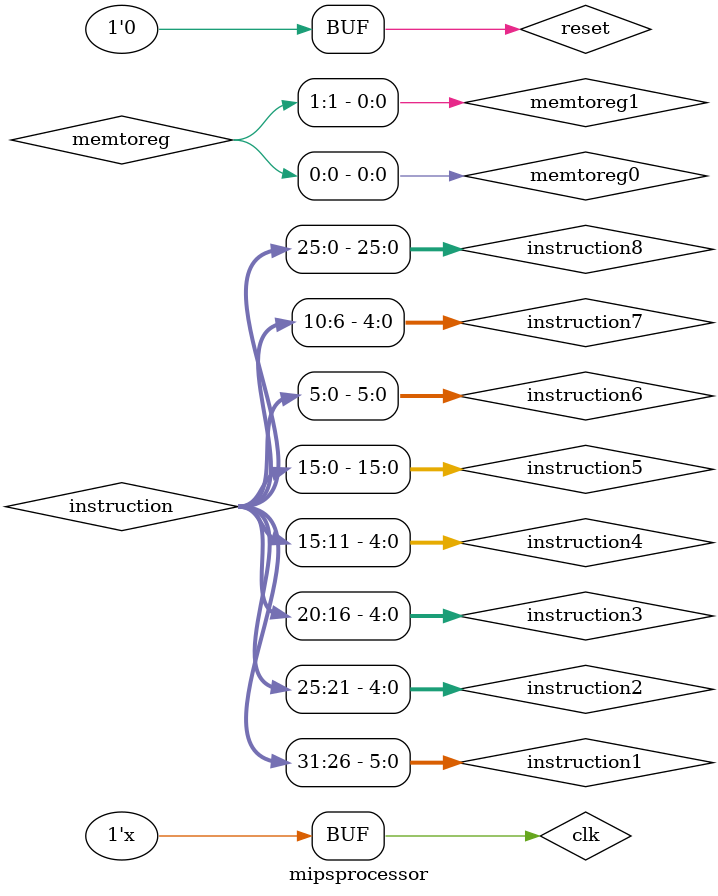
<source format=v>
module mipsprocessor();
	wire [31:0] a ;
	wire [31:0] instruction ;
	wire [5:0] instruction1 ;
	wire [4:0] instruction2 ;
	wire [4:0] instruction3 ;
	wire [4:0] instruction4 ;
        wire [15:0] instruction5 ;
	wire [5:0] instruction6 ;
	wire [4:0] instruction7 ;
	wire [25:0] instruction8 ;
	wire alusrc,regwrite,memread,memwrite,br,aluop0,aluop1,j;
	wire [1:0] regdst ;
	wire [1:0] memtoreg;
	wire [31:0] read_data1 ; 
	wire [31:0] read_data2 ; 
	wire [31:0] write_data;
	
	wire [4:0] mux1out ; 		   
	wire [31:0] signextention_out ; 
	wire [31:0] secondoperand ;	
	wire [3:0] alucontrolinput;
	wire [1:0] aluop ;
	wire [31:0] alu_result ;
	wire  zero_signal ;	
	wire [31:0] read_data ;
	wire [31:0] pc_4 ;
	wire [27:0] shifted_jump ;
	wire memtoreg0,memtoreg1 ; 
	wire [31:0] jump_address ;
	wire [31:0] alu2_secondoperand ;
	wire [31:0] fulladderout;
	wire andout ;
	wire [31:0] firstmux_secondalu_out ;
	wire [31 :0] secondmux_secondalu_out ;
	wire [31:0] thirdmux_secondalu_out ;
	wire jumpReg ;
    wire mux_regwrite_outputsignal;	
	reg reset ;
        reg clk ; 
	parameter jal_reg_address =5'b11111 ;
        parameter zero =0 ; 
        parameter zero5bit =5'b00000;
        parameter zero1bit =1'b0;
	assign jump_address = {{pc_4[31:28]},shifted_jump} ;
	
	pc programcounter ( a,thirdmux_secondalu_out ,clk,reset);	
        instruction_memory im (instruction,a ,clk);						
	assign instruction1=instruction[31:26];  
	assign instruction2=instruction[25:21];
	assign instruction3=instruction[20:16];
	assign instruction4=instruction[15:11];
	assign instruction5=instruction[15:0];
	assign instruction6=instruction[5:0];
	assign instruction7=instruction[10:6];
	assign instruction8=instruction[25:0];
	assign memtoreg0=memtoreg[0];
	assign memtoreg1=memtoreg[1];
	
	assign aluop = {aluop1,aluop0} ;
	controlunit cu (instruction1,regdst,alusrc,memtoreg,regwrite,memread,memwrite,br,aluop0,aluop1,j);
	
	Mux5bit mux_regdst(instruction3 , instruction4 , jal_reg_address, zero5bit ,regdst[0] , regdst[1] , mux1out ) ;
	
	mux1bit mux_toregfile (regwrite,zero1bit,jumpReg,mux_regwrite_outputsignal);
	RegisterFile regfile ( mux_regwrite_outputsignal , instruction2 , instruction3 , read_data1 , read_data2 ,mux1out ,write_data ,clk );
	
	mux_21 mux_alu ( read_data2 ,signextention_out	, alusrc , secondoperand );
	
	signExtention se ( instruction5 ,  signextention_out ) ; 
	
	ALUControlUnit alucontrol ( alucontrolinput ,jumpReg ,aluop , instruction6);
	
	ALU alu ( alu_result , zero_signal , instruction7 , alucontrolinput ,read_data1 , secondoperand);
	
	Datamemory datamemory ( clk , alu_result , read_data2 , read_data , memread , memwrite ) ;
	
	mux_41 mux_datamemory( alu_result , read_data ,	pc_4 , zero , memtoreg0,memtoreg1,write_data);
	
	adder adder_pc (a , pc_4 ); 
	
	shiftby26 shiftingby2 ( shifted_jump ,instruction8 ); 
	
	shiftby2 shifting_constant_by2 ( alu2_secondoperand , signextention_out );
	
	adder32bit fulladder (fulladderout,n ,pc_4,signextention_out ,zero1bit ) ;
	and and_branch ( andout , br , zero_signal ) ;
	mux_21 firstmux_secondalu (pc_4 ,fulladderout , andout ,firstmux_secondalu_out );
	mux_21 secondmux_secondalu ( firstmux_secondalu_out , jump_address , j ,secondmux_secondalu_out);
	mux_21 thirdmux_secondalu ( secondmux_secondalu_out , read_data1 ,jumpReg ,thirdmux_secondalu_out );
initial begin
clk<=0 ;
reset <= 1;
#30 reset = 0;
end 
always begin 
          #20 clk=~clk ; 
end
	endmodule 

	
	
	
	
	
	
	
	
	
	
	
	
	
	

	
	
	
	
	
	
	
	
	
	
	
	
	
	
</source>
